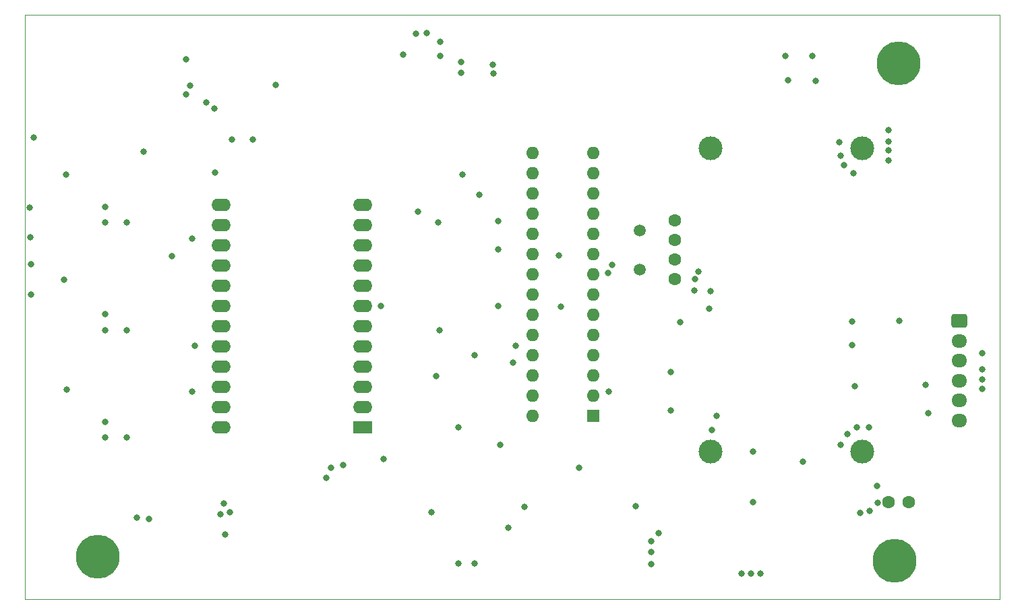
<source format=gbr>
G04 #@! TF.GenerationSoftware,KiCad,Pcbnew,8.0.1*
G04 #@! TF.CreationDate,2024-04-23T08:11:35+07:00*
G04 #@! TF.ProjectId,IncuTester_SMD,496e6375-5465-4737-9465-725f534d442e,rev?*
G04 #@! TF.SameCoordinates,Original*
G04 #@! TF.FileFunction,Soldermask,Bot*
G04 #@! TF.FilePolarity,Negative*
%FSLAX46Y46*%
G04 Gerber Fmt 4.6, Leading zero omitted, Abs format (unit mm)*
G04 Created by KiCad (PCBNEW 8.0.1) date 2024-04-23 08:11:35*
%MOMM*%
%LPD*%
G01*
G04 APERTURE LIST*
G04 Aperture macros list*
%AMRoundRect*
0 Rectangle with rounded corners*
0 $1 Rounding radius*
0 $2 $3 $4 $5 $6 $7 $8 $9 X,Y pos of 4 corners*
0 Add a 4 corners polygon primitive as box body*
4,1,4,$2,$3,$4,$5,$6,$7,$8,$9,$2,$3,0*
0 Add four circle primitives for the rounded corners*
1,1,$1+$1,$2,$3*
1,1,$1+$1,$4,$5*
1,1,$1+$1,$6,$7*
1,1,$1+$1,$8,$9*
0 Add four rect primitives between the rounded corners*
20,1,$1+$1,$2,$3,$4,$5,0*
20,1,$1+$1,$4,$5,$6,$7,0*
20,1,$1+$1,$6,$7,$8,$9,0*
20,1,$1+$1,$8,$9,$2,$3,0*%
G04 Aperture macros list end*
%ADD10C,1.600000*%
%ADD11C,3.000000*%
%ADD12R,2.400000X1.600000*%
%ADD13O,2.400000X1.600000*%
%ADD14R,1.600000X1.600000*%
%ADD15O,1.600000X1.600000*%
%ADD16C,5.500000*%
%ADD17C,1.500000*%
%ADD18RoundRect,0.250000X-0.725000X0.600000X-0.725000X-0.600000X0.725000X-0.600000X0.725000X0.600000X0*%
%ADD19O,1.950000X1.700000*%
%ADD20C,0.800000*%
G04 #@! TA.AperFunction,Profile*
%ADD21C,0.100000*%
G04 #@! TD*
G04 APERTURE END LIST*
D10*
X203982000Y-123190000D03*
X206482000Y-123190000D03*
D11*
X181610000Y-116840000D03*
X200660000Y-116840000D03*
X181610000Y-78740000D03*
X200660000Y-78740000D03*
D12*
X137902000Y-113797000D03*
D13*
X137902000Y-111257000D03*
X137902000Y-108717000D03*
X137902000Y-106177000D03*
X137902000Y-103637000D03*
X137902000Y-101097000D03*
X137902000Y-98557000D03*
X137902000Y-96017000D03*
X137902000Y-93477000D03*
X137902000Y-90937000D03*
X137902000Y-88397000D03*
X137902000Y-85857000D03*
X120122000Y-85857000D03*
X120122000Y-88397000D03*
X120122000Y-90937000D03*
X120122000Y-93477000D03*
X120122000Y-96017000D03*
X120122000Y-98557000D03*
X120122000Y-101097000D03*
X120122000Y-103637000D03*
X120122000Y-106177000D03*
X120122000Y-108717000D03*
X120122000Y-111257000D03*
X120122000Y-113797000D03*
D14*
X166904000Y-112416000D03*
D15*
X166904000Y-109876000D03*
X166904000Y-107336000D03*
X166904000Y-104796000D03*
X166904000Y-102256000D03*
X166904000Y-99716000D03*
X166904000Y-97176000D03*
X166904000Y-94636000D03*
X166904000Y-92096000D03*
X166904000Y-89556000D03*
X166904000Y-87016000D03*
X166904000Y-84476000D03*
X166904000Y-81936000D03*
X166904000Y-79396000D03*
X159284000Y-79396000D03*
X159284000Y-81936000D03*
X159284000Y-84476000D03*
X159284000Y-87016000D03*
X159284000Y-89556000D03*
X159284000Y-92096000D03*
X159284000Y-94636000D03*
X159284000Y-97176000D03*
X159284000Y-99716000D03*
X159284000Y-102256000D03*
X159284000Y-104796000D03*
X159284000Y-107336000D03*
X159284000Y-109876000D03*
X159284000Y-112416000D03*
D16*
X104648000Y-130048000D03*
X204724000Y-130556000D03*
D10*
X177100000Y-87800000D03*
X177100000Y-90300000D03*
X177100000Y-95200000D03*
X177100000Y-92700000D03*
D17*
X172720000Y-93980000D03*
X172720000Y-89080000D03*
D18*
X212852000Y-100470000D03*
D19*
X212852000Y-102970000D03*
X212852000Y-105470000D03*
X212852000Y-107970000D03*
X212852000Y-110470000D03*
X212852000Y-112970000D03*
D16*
X205232000Y-68072000D03*
D20*
X215752000Y-109000000D03*
X154300000Y-68300000D03*
X144600000Y-64400000D03*
X215752000Y-106500000D03*
X120650000Y-127254000D03*
X147400000Y-88100000D03*
X96300000Y-97100000D03*
X96600000Y-77400000D03*
X144900000Y-86700000D03*
X176600000Y-106900000D03*
X215752000Y-107800000D03*
X133400000Y-120200000D03*
X146000000Y-64300000D03*
X108300000Y-88100000D03*
X198000000Y-116000000D03*
X169300000Y-93400000D03*
X154400000Y-69400000D03*
X201500000Y-113800000D03*
X152000000Y-130900000D03*
X121300000Y-124500000D03*
X191000000Y-67200000D03*
X150000000Y-113800000D03*
X176600000Y-111700000D03*
X162800000Y-98700000D03*
X174200000Y-128100000D03*
X201600000Y-124300000D03*
X174200000Y-131000000D03*
X179700000Y-95200000D03*
X199600000Y-81900000D03*
X120100000Y-124700000D03*
X202500000Y-121200000D03*
X150300000Y-69300000D03*
X174200000Y-129500000D03*
X134000000Y-118900000D03*
X115800000Y-67600000D03*
X175100000Y-127100000D03*
X147700000Y-67200000D03*
X140208000Y-98552000D03*
X179600000Y-96600000D03*
X172212000Y-123698000D03*
X168800000Y-94400000D03*
X135500000Y-118600000D03*
X105600000Y-115100000D03*
X200400000Y-124600000D03*
X119380000Y-81788000D03*
X194800000Y-70300000D03*
X109600000Y-125200000D03*
X121500000Y-77700000D03*
X120500000Y-123400000D03*
X198400000Y-80900000D03*
X187900000Y-132200000D03*
X96200000Y-89900000D03*
X150500000Y-82100000D03*
X147574000Y-101600000D03*
X108300000Y-101600000D03*
X204000000Y-77900000D03*
X96100000Y-86200000D03*
X191400000Y-70200000D03*
X204000000Y-80300000D03*
X197800000Y-78000000D03*
X185500000Y-132200000D03*
X200000000Y-113800000D03*
X204000000Y-76500000D03*
X96200000Y-89900000D03*
X96300000Y-93300000D03*
X215752000Y-104470000D03*
X180100000Y-94300000D03*
X111100000Y-125300000D03*
X202600000Y-123300000D03*
X105600000Y-101600000D03*
X124100000Y-77700000D03*
X181500000Y-98900000D03*
X204000000Y-79000000D03*
X198800000Y-114700000D03*
X186700000Y-132200000D03*
X150300000Y-67900000D03*
X120650000Y-127254000D03*
X158300000Y-123800000D03*
X108300000Y-115100000D03*
X198000000Y-79700000D03*
X194400000Y-67200000D03*
X147700000Y-65400000D03*
X105600000Y-88100000D03*
X152600000Y-84600000D03*
X181640000Y-96740000D03*
X208630000Y-108450000D03*
X205330000Y-100430000D03*
X165100000Y-118872000D03*
X162560000Y-92202000D03*
X143000000Y-67000000D03*
X177800000Y-100584000D03*
X156200000Y-126400000D03*
X199410000Y-100540000D03*
X147200000Y-107400000D03*
X152000000Y-104800000D03*
X140600000Y-117800000D03*
X186944000Y-116840000D03*
X186944000Y-123190000D03*
X168881107Y-109313107D03*
X199450000Y-103470000D03*
X199760000Y-108660000D03*
X182350000Y-112340000D03*
X150000000Y-130900000D03*
X157200000Y-103600000D03*
X146600000Y-124500000D03*
X119350000Y-73770000D03*
X115768873Y-71975491D03*
X116300000Y-70900000D03*
X118330000Y-72990000D03*
X127000000Y-70815500D03*
X110400000Y-79200000D03*
X100700000Y-82100000D03*
X105600000Y-86100000D03*
X116500000Y-90100000D03*
X114000000Y-92300000D03*
X100400000Y-95300000D03*
X105600000Y-99600000D03*
X116900000Y-103600000D03*
X100800000Y-109100000D03*
X105600000Y-113100000D03*
X116500000Y-109300000D03*
X155000000Y-87900000D03*
X154940000Y-98552000D03*
X154940000Y-91440000D03*
X156800000Y-105700000D03*
X155200000Y-116000000D03*
X193220000Y-118120000D03*
X181830000Y-114120000D03*
X208980000Y-112050000D03*
D21*
X95504000Y-61976000D02*
X217932000Y-61976000D01*
X217932000Y-135382000D01*
X95504000Y-135382000D01*
X95504000Y-61976000D01*
M02*

</source>
